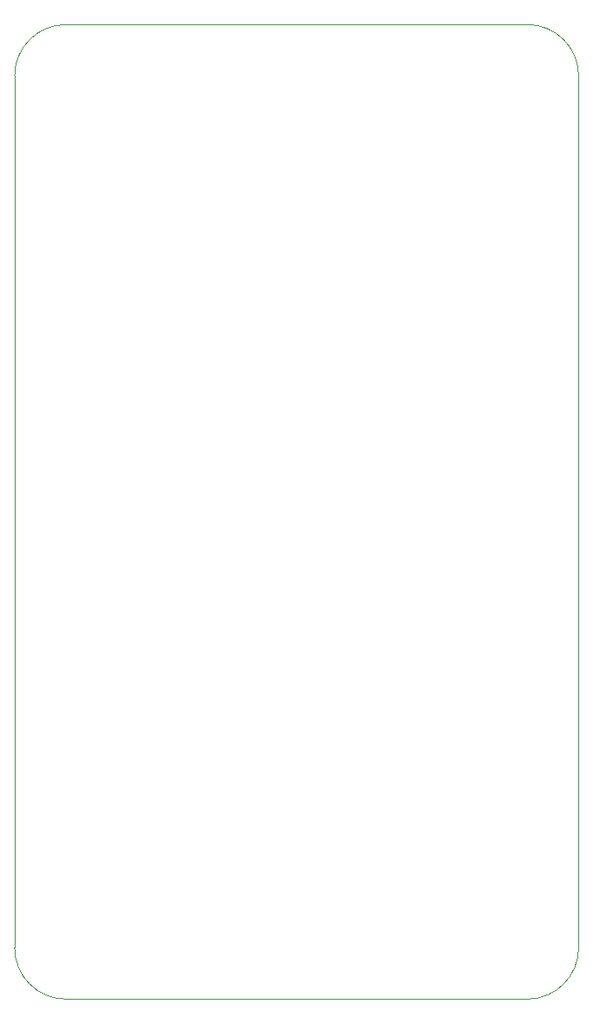
<source format=gbr>
G04 #@! TF.FileFunction,Profile,NP*
%FSLAX46Y46*%
G04 Gerber Fmt 4.6, Leading zero omitted, Abs format (unit mm)*
G04 Created by KiCad (PCBNEW (after 2015-mar-04 BZR unknown)-product) date 6/26/2017 3:25:17 PM*
%MOMM*%
G01*
G04 APERTURE LIST*
%ADD10C,0.100000*%
G04 APERTURE END LIST*
D10*
X60000000Y-105000000D02*
X15000000Y-105000000D01*
X65000000Y-15000000D02*
X65000000Y-100000000D01*
X15000000Y-10000000D02*
X60000000Y-10000000D01*
X10000000Y-15000000D02*
X10000000Y-100000000D01*
X10000000Y-100000000D02*
G75*
G03X15000000Y-105000000I5000000J0D01*
G01*
X60000000Y-105000000D02*
G75*
G03X65000000Y-100000000I0J5000000D01*
G01*
X65000000Y-15000000D02*
G75*
G03X60000000Y-10000000I-5000000J0D01*
G01*
X15000000Y-10000000D02*
G75*
G03X10000000Y-15000000I0J-5000000D01*
G01*
M02*

</source>
